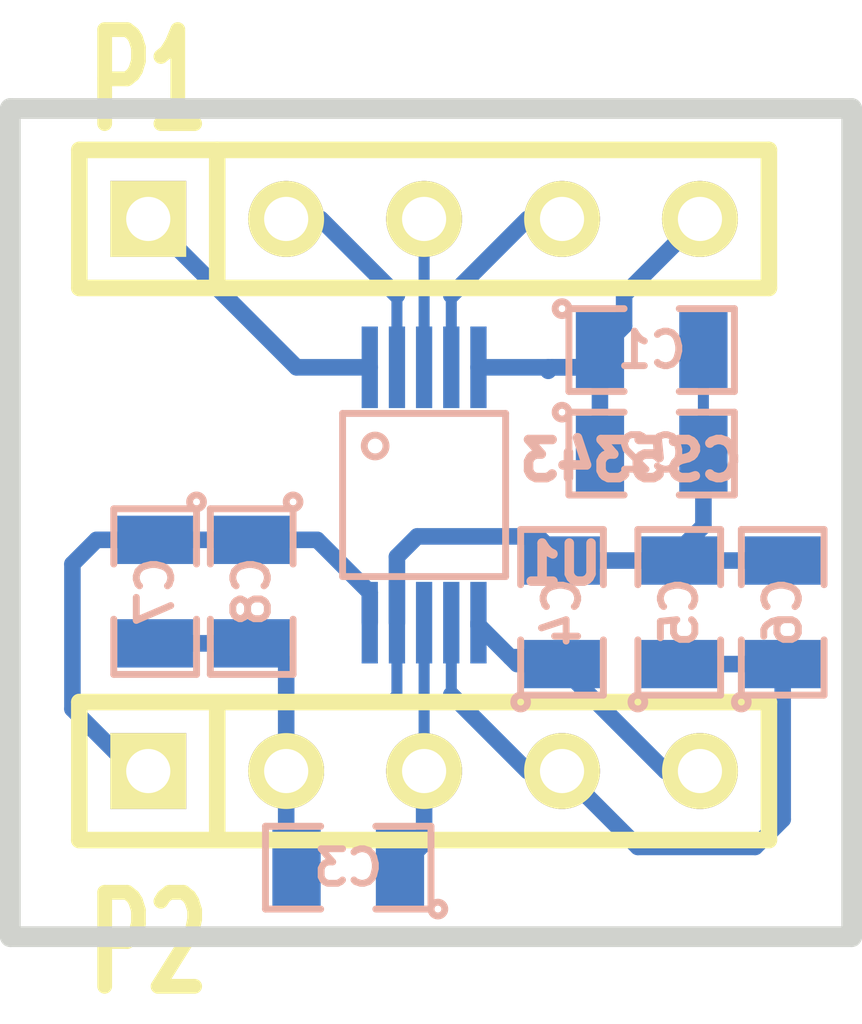
<source format=kicad_pcb>
(kicad_pcb (version 3) (host pcbnew "(2013-jul-07)-stable")

  (general
    (links 26)
    (no_connects 0)
    (area 97.599499 64.27724 113.474501 82.66176)
    (thickness 1.6002)
    (drawings 4)
    (tracks 66)
    (zones 0)
    (modules 11)
    (nets 11)
  )

  (page A4)
  (layers
    (15 Front signal)
    (0 Back signal)
    (16 B.Adhes user)
    (17 F.Adhes user)
    (18 B.Paste user)
    (19 F.Paste user)
    (20 B.SilkS user)
    (21 F.SilkS user)
    (22 B.Mask user)
    (23 F.Mask user)
    (24 Dwgs.User user)
    (25 Cmts.User user)
    (26 Eco1.User user)
    (27 Eco2.User user)
    (28 Edge.Cuts user)
  )

  (setup
    (last_trace_width 0.2032)
    (user_trace_width 0.3048)
    (trace_clearance 0.254)
    (zone_clearance 1.27)
    (zone_45_only no)
    (trace_min 0.2032)
    (segment_width 0.381)
    (edge_width 0.381)
    (via_size 0.889)
    (via_drill 0.635)
    (via_min_size 0.889)
    (via_min_drill 0.508)
    (uvia_size 0.508)
    (uvia_drill 0.127)
    (uvias_allowed no)
    (uvia_min_size 0.508)
    (uvia_min_drill 0.127)
    (pcb_text_width 0.3048)
    (pcb_text_size 1.524 2.032)
    (mod_edge_width 0.381)
    (mod_text_size 1.524 1.524)
    (mod_text_width 0.3048)
    (pad_size 1.524 1.524)
    (pad_drill 0.8128)
    (pad_to_mask_clearance 0.254)
    (aux_axis_origin 0 0)
    (visible_elements FFFFFFBF)
    (pcbplotparams
      (layerselection 3178497)
      (usegerberextensions true)
      (excludeedgelayer true)
      (linewidth 0.100000)
      (plotframeref false)
      (viasonmask false)
      (mode 1)
      (useauxorigin false)
      (hpglpennumber 1)
      (hpglpenspeed 20)
      (hpglpendiameter 15)
      (hpglpenoverlay 2)
      (psnegative false)
      (psa4output false)
      (plotreference true)
      (plotvalue true)
      (plotothertext true)
      (plotinvisibletext false)
      (padsonsilk false)
      (subtractmaskfromsilk false)
      (outputformat 1)
      (mirror false)
      (drillshape 1)
      (scaleselection 1)
      (outputdirectory ""))
  )

  (net 0 "")
  (net 1 GND)
  (net 2 N-000001)
  (net 3 N-000002)
  (net 4 N-000003)
  (net 5 N-000004)
  (net 6 N-000005)
  (net 7 N-000007)
  (net 8 N-000008)
  (net 9 N-000009)
  (net 10 N-000010)

  (net_class Default "This is the default net class."
    (clearance 0.254)
    (trace_width 0.2032)
    (via_dia 0.889)
    (via_drill 0.635)
    (uvia_dia 0.508)
    (uvia_drill 0.127)
    (add_net "")
    (add_net GND)
  )

  (net_class precise ""
    (clearance 0.20066)
    (trace_width 0.2032)
    (via_dia 0.889)
    (via_drill 0.635)
    (uvia_dia 0.508)
    (uvia_drill 0.127)
    (add_net N-000001)
    (add_net N-000002)
    (add_net N-000003)
    (add_net N-000004)
    (add_net N-000005)
    (add_net N-000007)
    (add_net N-000008)
    (add_net N-000009)
    (add_net N-000010)
  )

  (module SIL-5 (layer Front) (tedit 4D1338D1) (tstamp 4D11FD3B)
    (at 106.68 78.232)
    (descr "Connecteur 5 pins")
    (tags "CONN DEV")
    (path /4D11FCE2)
    (fp_text reference P2 (at -6.35 3.175) (layer F.SilkS)
      (effects (font (size 1.72974 1.08712) (thickness 0.27178)))
    )
    (fp_text value CONN_5 (at -4.445 -1.905) (layer F.SilkS) hide
      (effects (font (size 1.524 1.016) (thickness 0.254)))
    )
    (fp_line (start -7.62 1.27) (end -7.62 -1.27) (layer F.SilkS) (width 0.3048))
    (fp_line (start -7.62 -1.27) (end 5.08 -1.27) (layer F.SilkS) (width 0.3048))
    (fp_line (start 5.08 -1.27) (end 5.08 1.27) (layer F.SilkS) (width 0.3048))
    (fp_line (start 5.08 1.27) (end -7.62 1.27) (layer F.SilkS) (width 0.3048))
    (fp_line (start -5.08 1.27) (end -5.08 -1.27) (layer F.SilkS) (width 0.3048))
    (pad 1 thru_hole rect (at -6.35 0) (size 1.397 1.397) (drill 0.8128)
      (layers *.Cu *.Mask F.SilkS)
      (net 7 N-000007)
    )
    (pad 2 thru_hole circle (at -3.81 0) (size 1.397 1.397) (drill 0.8128)
      (layers *.Cu *.Mask F.SilkS)
      (net 1 GND)
    )
    (pad 3 thru_hole circle (at -1.27 0) (size 1.397 1.397) (drill 0.8128)
      (layers *.Cu *.Mask F.SilkS)
      (net 2 N-000001)
    )
    (pad 4 thru_hole circle (at 1.27 0) (size 1.397 1.397) (drill 0.8128)
      (layers *.Cu *.Mask F.SilkS)
      (net 8 N-000008)
    )
    (pad 5 thru_hole circle (at 3.81 0) (size 1.397 1.397) (drill 0.8128)
      (layers *.Cu *.Mask F.SilkS)
      (net 10 N-000010)
    )
  )

  (module SIL-5 (layer Front) (tedit 4D1338C6) (tstamp 4D11FD3D)
    (at 106.68 68.072)
    (descr "Connecteur 5 pins")
    (tags "CONN DEV")
    (path /4D11FCE8)
    (fp_text reference P1 (at -6.35 -2.54) (layer F.SilkS)
      (effects (font (size 1.72974 1.08712) (thickness 0.27178)))
    )
    (fp_text value CONN_5 (at -1.27 1.905) (layer F.SilkS) hide
      (effects (font (size 1.524 1.016) (thickness 0.254)))
    )
    (fp_line (start -7.62 1.27) (end -7.62 -1.27) (layer F.SilkS) (width 0.3048))
    (fp_line (start -7.62 -1.27) (end 5.08 -1.27) (layer F.SilkS) (width 0.3048))
    (fp_line (start 5.08 -1.27) (end 5.08 1.27) (layer F.SilkS) (width 0.3048))
    (fp_line (start 5.08 1.27) (end -7.62 1.27) (layer F.SilkS) (width 0.3048))
    (fp_line (start -5.08 1.27) (end -5.08 -1.27) (layer F.SilkS) (width 0.3048))
    (pad 1 thru_hole rect (at -6.35 0) (size 1.397 1.397) (drill 0.8128)
      (layers *.Cu *.Mask F.SilkS)
      (net 6 N-000005)
    )
    (pad 2 thru_hole circle (at -3.81 0) (size 1.397 1.397) (drill 0.8128)
      (layers *.Cu *.Mask F.SilkS)
      (net 5 N-000004)
    )
    (pad 3 thru_hole circle (at -1.27 0) (size 1.397 1.397) (drill 0.8128)
      (layers *.Cu *.Mask F.SilkS)
      (net 4 N-000003)
    )
    (pad 4 thru_hole circle (at 1.27 0) (size 1.397 1.397) (drill 0.8128)
      (layers *.Cu *.Mask F.SilkS)
      (net 3 N-000002)
    )
    (pad 5 thru_hole circle (at 3.81 0) (size 1.397 1.397) (drill 0.8128)
      (layers *.Cu *.Mask F.SilkS)
      (net 9 N-000009)
    )
  )

  (module TSSOP-10 (layer Back) (tedit 4D1338A5) (tstamp 4D13240C)
    (at 105.41 73.152)
    (path /4D11FCCB)
    (fp_text reference U1 (at 2.54 1.27) (layer B.SilkS)
      (effects (font (size 0.70104 0.70104) (thickness 0.17526)) (justify mirror))
    )
    (fp_text value CS5343 (at 3.81 -0.635) (layer B.SilkS)
      (effects (font (size 0.70104 0.70104) (thickness 0.17526)) (justify mirror))
    )
    (fp_line (start -1.50114 1.50114) (end 1.50114 1.50114) (layer B.SilkS) (width 0.127))
    (fp_line (start 1.50114 1.50114) (end 1.50114 -1.50114) (layer B.SilkS) (width 0.127))
    (fp_line (start 1.50114 -1.50114) (end -1.50114 -1.50114) (layer B.SilkS) (width 0.127))
    (fp_line (start -1.50114 -1.50114) (end -1.50114 1.50114) (layer B.SilkS) (width 0.127))
    (fp_circle (center -0.9017 -0.9017) (end -0.70104 -0.9017) (layer B.SilkS) (width 0.127))
    (pad 1 smd rect (at -1.00076 -2.3495) (size 0.29972 1.50114)
      (layers Back B.Paste B.Mask)
      (net 6 N-000005)
      (clearance 0.20066)
    )
    (pad 2 smd rect (at -0.50038 -2.3495) (size 0.29972 1.50114)
      (layers Back B.Paste B.Mask)
      (net 5 N-000004)
      (clearance 0.20066)
    )
    (pad 3 smd rect (at 0 -2.3495) (size 0.29972 1.50114)
      (layers Back B.Paste B.Mask)
      (net 4 N-000003)
      (clearance 0.20066)
    )
    (pad 4 smd rect (at 0.50038 -2.3495) (size 0.29972 1.50114)
      (layers Back B.Paste B.Mask)
      (net 3 N-000002)
      (clearance 0.20066)
    )
    (pad 5 smd rect (at 1.00076 -2.3495) (size 0.29972 1.50114)
      (layers Back B.Paste B.Mask)
      (net 9 N-000009)
      (clearance 0.20066)
    )
    (pad 6 smd rect (at 1.00076 2.3495) (size 0.29972 1.50114)
      (layers Back B.Paste B.Mask)
      (net 10 N-000010)
      (clearance 0.20066)
    )
    (pad 7 smd rect (at 0.50038 2.3495) (size 0.29972 1.50114)
      (layers Back B.Paste B.Mask)
      (net 8 N-000008)
      (clearance 0.20066)
    )
    (pad 8 smd rect (at 0 2.3495) (size 0.29972 1.50114)
      (layers Back B.Paste B.Mask)
      (net 2 N-000001)
      (clearance 0.20066)
    )
    (pad 9 smd rect (at -0.50038 2.3495) (size 0.29972 1.50114)
      (layers Back B.Paste B.Mask)
      (net 1 GND)
      (clearance 0.20066)
    )
    (pad 10 smd rect (at -1.00076 2.3495) (size 0.29972 1.50114)
      (layers Back B.Paste B.Mask)
      (net 7 N-000007)
      (clearance 0.20066)
    )
  )

  (module SM0805 (layer Back) (tedit 42806E04) (tstamp 4D39EECA)
    (at 102.235 74.93 270)
    (path /4D39EC54)
    (attr smd)
    (fp_text reference C8 (at 0 0 270) (layer B.SilkS)
      (effects (font (size 0.635 0.635) (thickness 0.127)) (justify mirror))
    )
    (fp_text value 1u (at 0 0 270) (layer B.SilkS) hide
      (effects (font (size 0.635 0.635) (thickness 0.127)) (justify mirror))
    )
    (fp_circle (center -1.651 -0.762) (end -1.651 -0.635) (layer B.SilkS) (width 0.127))
    (fp_line (start -0.508 -0.762) (end -1.524 -0.762) (layer B.SilkS) (width 0.127))
    (fp_line (start -1.524 -0.762) (end -1.524 0.762) (layer B.SilkS) (width 0.127))
    (fp_line (start -1.524 0.762) (end -0.508 0.762) (layer B.SilkS) (width 0.127))
    (fp_line (start 0.508 0.762) (end 1.524 0.762) (layer B.SilkS) (width 0.127))
    (fp_line (start 1.524 0.762) (end 1.524 -0.762) (layer B.SilkS) (width 0.127))
    (fp_line (start 1.524 -0.762) (end 0.508 -0.762) (layer B.SilkS) (width 0.127))
    (pad 1 smd rect (at -0.9525 0 270) (size 0.889 1.397)
      (layers Back B.Paste B.Mask)
      (net 7 N-000007)
    )
    (pad 2 smd rect (at 0.9525 0 270) (size 0.889 1.397)
      (layers Back B.Paste B.Mask)
      (net 1 GND)
    )
    (model smd/chip_cms.wrl
      (at (xyz 0 0 0))
      (scale (xyz 0.1 0.1 0.1))
      (rotate (xyz 0 0 0))
    )
  )

  (module SM0805 (layer Back) (tedit 42806E04) (tstamp 4D39EECC)
    (at 100.457 74.93 270)
    (path /4D39EC4F)
    (attr smd)
    (fp_text reference C7 (at 0 0 270) (layer B.SilkS)
      (effects (font (size 0.635 0.635) (thickness 0.127)) (justify mirror))
    )
    (fp_text value 100n (at 0 0 270) (layer B.SilkS) hide
      (effects (font (size 0.635 0.635) (thickness 0.127)) (justify mirror))
    )
    (fp_circle (center -1.651 -0.762) (end -1.651 -0.635) (layer B.SilkS) (width 0.127))
    (fp_line (start -0.508 -0.762) (end -1.524 -0.762) (layer B.SilkS) (width 0.127))
    (fp_line (start -1.524 -0.762) (end -1.524 0.762) (layer B.SilkS) (width 0.127))
    (fp_line (start -1.524 0.762) (end -0.508 0.762) (layer B.SilkS) (width 0.127))
    (fp_line (start 0.508 0.762) (end 1.524 0.762) (layer B.SilkS) (width 0.127))
    (fp_line (start 1.524 0.762) (end 1.524 -0.762) (layer B.SilkS) (width 0.127))
    (fp_line (start 1.524 -0.762) (end 0.508 -0.762) (layer B.SilkS) (width 0.127))
    (pad 1 smd rect (at -0.9525 0 270) (size 0.889 1.397)
      (layers Back B.Paste B.Mask)
      (net 7 N-000007)
    )
    (pad 2 smd rect (at 0.9525 0 270) (size 0.889 1.397)
      (layers Back B.Paste B.Mask)
      (net 1 GND)
    )
    (model smd/chip_cms.wrl
      (at (xyz 0 0 0))
      (scale (xyz 0.1 0.1 0.1))
      (rotate (xyz 0 0 0))
    )
  )

  (module SM0805 (layer Back) (tedit 42806E04) (tstamp 4D39EECE)
    (at 112.014 75.311 90)
    (path /4D39EBBD)
    (attr smd)
    (fp_text reference C6 (at 0 0 90) (layer B.SilkS)
      (effects (font (size 0.635 0.635) (thickness 0.127)) (justify mirror))
    )
    (fp_text value 1u (at 0 0 90) (layer B.SilkS) hide
      (effects (font (size 0.635 0.635) (thickness 0.127)) (justify mirror))
    )
    (fp_circle (center -1.651 -0.762) (end -1.651 -0.635) (layer B.SilkS) (width 0.127))
    (fp_line (start -0.508 -0.762) (end -1.524 -0.762) (layer B.SilkS) (width 0.127))
    (fp_line (start -1.524 -0.762) (end -1.524 0.762) (layer B.SilkS) (width 0.127))
    (fp_line (start -1.524 0.762) (end -0.508 0.762) (layer B.SilkS) (width 0.127))
    (fp_line (start 0.508 0.762) (end 1.524 0.762) (layer B.SilkS) (width 0.127))
    (fp_line (start 1.524 0.762) (end 1.524 -0.762) (layer B.SilkS) (width 0.127))
    (fp_line (start 1.524 -0.762) (end 0.508 -0.762) (layer B.SilkS) (width 0.127))
    (pad 1 smd rect (at -0.9525 0 90) (size 0.889 1.397)
      (layers Back B.Paste B.Mask)
      (net 8 N-000008)
    )
    (pad 2 smd rect (at 0.9525 0 90) (size 0.889 1.397)
      (layers Back B.Paste B.Mask)
      (net 1 GND)
    )
    (model smd/chip_cms.wrl
      (at (xyz 0 0 0))
      (scale (xyz 0.1 0.1 0.1))
      (rotate (xyz 0 0 0))
    )
  )

  (module SM0805 (layer Back) (tedit 42806E04) (tstamp 4D39EED0)
    (at 110.109 75.311 90)
    (path /4D39EBB6)
    (attr smd)
    (fp_text reference C5 (at 0 0 90) (layer B.SilkS)
      (effects (font (size 0.635 0.635) (thickness 0.127)) (justify mirror))
    )
    (fp_text value 100n (at 0 0 90) (layer B.SilkS) hide
      (effects (font (size 0.635 0.635) (thickness 0.127)) (justify mirror))
    )
    (fp_circle (center -1.651 -0.762) (end -1.651 -0.635) (layer B.SilkS) (width 0.127))
    (fp_line (start -0.508 -0.762) (end -1.524 -0.762) (layer B.SilkS) (width 0.127))
    (fp_line (start -1.524 -0.762) (end -1.524 0.762) (layer B.SilkS) (width 0.127))
    (fp_line (start -1.524 0.762) (end -0.508 0.762) (layer B.SilkS) (width 0.127))
    (fp_line (start 0.508 0.762) (end 1.524 0.762) (layer B.SilkS) (width 0.127))
    (fp_line (start 1.524 0.762) (end 1.524 -0.762) (layer B.SilkS) (width 0.127))
    (fp_line (start 1.524 -0.762) (end 0.508 -0.762) (layer B.SilkS) (width 0.127))
    (pad 1 smd rect (at -0.9525 0 90) (size 0.889 1.397)
      (layers Back B.Paste B.Mask)
      (net 8 N-000008)
    )
    (pad 2 smd rect (at 0.9525 0 90) (size 0.889 1.397)
      (layers Back B.Paste B.Mask)
      (net 1 GND)
    )
    (model smd/chip_cms.wrl
      (at (xyz 0 0 0))
      (scale (xyz 0.1 0.1 0.1))
      (rotate (xyz 0 0 0))
    )
  )

  (module SM0805 (layer Back) (tedit 42806E04) (tstamp 4D39EED2)
    (at 107.95 75.311 90)
    (path /4D39EBA0)
    (attr smd)
    (fp_text reference C4 (at 0 0 90) (layer B.SilkS)
      (effects (font (size 0.635 0.635) (thickness 0.127)) (justify mirror))
    )
    (fp_text value 180p (at 0 0 90) (layer B.SilkS) hide
      (effects (font (size 0.635 0.635) (thickness 0.127)) (justify mirror))
    )
    (fp_circle (center -1.651 -0.762) (end -1.651 -0.635) (layer B.SilkS) (width 0.127))
    (fp_line (start -0.508 -0.762) (end -1.524 -0.762) (layer B.SilkS) (width 0.127))
    (fp_line (start -1.524 -0.762) (end -1.524 0.762) (layer B.SilkS) (width 0.127))
    (fp_line (start -1.524 0.762) (end -0.508 0.762) (layer B.SilkS) (width 0.127))
    (fp_line (start 0.508 0.762) (end 1.524 0.762) (layer B.SilkS) (width 0.127))
    (fp_line (start 1.524 0.762) (end 1.524 -0.762) (layer B.SilkS) (width 0.127))
    (fp_line (start 1.524 -0.762) (end 0.508 -0.762) (layer B.SilkS) (width 0.127))
    (pad 1 smd rect (at -0.9525 0 90) (size 0.889 1.397)
      (layers Back B.Paste B.Mask)
      (net 10 N-000010)
    )
    (pad 2 smd rect (at 0.9525 0 90) (size 0.889 1.397)
      (layers Back B.Paste B.Mask)
      (net 1 GND)
    )
    (model smd/chip_cms.wrl
      (at (xyz 0 0 0))
      (scale (xyz 0.1 0.1 0.1))
      (rotate (xyz 0 0 0))
    )
  )

  (module SM0805 (layer Back) (tedit 42806E04) (tstamp 4D39EED4)
    (at 104.013 80.01 180)
    (path /4D39EB9A)
    (attr smd)
    (fp_text reference C3 (at 0 0 180) (layer B.SilkS)
      (effects (font (size 0.635 0.635) (thickness 0.127)) (justify mirror))
    )
    (fp_text value 180p (at 0 0 180) (layer B.SilkS) hide
      (effects (font (size 0.635 0.635) (thickness 0.127)) (justify mirror))
    )
    (fp_circle (center -1.651 -0.762) (end -1.651 -0.635) (layer B.SilkS) (width 0.127))
    (fp_line (start -0.508 -0.762) (end -1.524 -0.762) (layer B.SilkS) (width 0.127))
    (fp_line (start -1.524 -0.762) (end -1.524 0.762) (layer B.SilkS) (width 0.127))
    (fp_line (start -1.524 0.762) (end -0.508 0.762) (layer B.SilkS) (width 0.127))
    (fp_line (start 0.508 0.762) (end 1.524 0.762) (layer B.SilkS) (width 0.127))
    (fp_line (start 1.524 0.762) (end 1.524 -0.762) (layer B.SilkS) (width 0.127))
    (fp_line (start 1.524 -0.762) (end 0.508 -0.762) (layer B.SilkS) (width 0.127))
    (pad 1 smd rect (at -0.9525 0 180) (size 0.889 1.397)
      (layers Back B.Paste B.Mask)
      (net 2 N-000001)
    )
    (pad 2 smd rect (at 0.9525 0 180) (size 0.889 1.397)
      (layers Back B.Paste B.Mask)
      (net 1 GND)
    )
    (model smd/chip_cms.wrl
      (at (xyz 0 0 0))
      (scale (xyz 0.1 0.1 0.1))
      (rotate (xyz 0 0 0))
    )
  )

  (module SM0805 (layer Back) (tedit 42806E04) (tstamp 4D39EED6)
    (at 109.601 72.39)
    (path /4D39EBA9)
    (attr smd)
    (fp_text reference C2 (at 0 0) (layer B.SilkS)
      (effects (font (size 0.635 0.635) (thickness 0.127)) (justify mirror))
    )
    (fp_text value 1u (at 0 0) (layer B.SilkS) hide
      (effects (font (size 0.635 0.635) (thickness 0.127)) (justify mirror))
    )
    (fp_circle (center -1.651 -0.762) (end -1.651 -0.635) (layer B.SilkS) (width 0.127))
    (fp_line (start -0.508 -0.762) (end -1.524 -0.762) (layer B.SilkS) (width 0.127))
    (fp_line (start -1.524 -0.762) (end -1.524 0.762) (layer B.SilkS) (width 0.127))
    (fp_line (start -1.524 0.762) (end -0.508 0.762) (layer B.SilkS) (width 0.127))
    (fp_line (start 0.508 0.762) (end 1.524 0.762) (layer B.SilkS) (width 0.127))
    (fp_line (start 1.524 0.762) (end 1.524 -0.762) (layer B.SilkS) (width 0.127))
    (fp_line (start 1.524 -0.762) (end 0.508 -0.762) (layer B.SilkS) (width 0.127))
    (pad 1 smd rect (at -0.9525 0) (size 0.889 1.397)
      (layers Back B.Paste B.Mask)
      (net 9 N-000009)
    )
    (pad 2 smd rect (at 0.9525 0) (size 0.889 1.397)
      (layers Back B.Paste B.Mask)
      (net 1 GND)
    )
    (model smd/chip_cms.wrl
      (at (xyz 0 0 0))
      (scale (xyz 0.1 0.1 0.1))
      (rotate (xyz 0 0 0))
    )
  )

  (module SM0805 (layer Back) (tedit 42806E04) (tstamp 4D39EED8)
    (at 109.601 70.485)
    (path /4D39EBB0)
    (attr smd)
    (fp_text reference C1 (at 0 0) (layer B.SilkS)
      (effects (font (size 0.635 0.635) (thickness 0.127)) (justify mirror))
    )
    (fp_text value 100n (at 0 0) (layer B.SilkS) hide
      (effects (font (size 0.635 0.635) (thickness 0.127)) (justify mirror))
    )
    (fp_circle (center -1.651 -0.762) (end -1.651 -0.635) (layer B.SilkS) (width 0.127))
    (fp_line (start -0.508 -0.762) (end -1.524 -0.762) (layer B.SilkS) (width 0.127))
    (fp_line (start -1.524 -0.762) (end -1.524 0.762) (layer B.SilkS) (width 0.127))
    (fp_line (start -1.524 0.762) (end -0.508 0.762) (layer B.SilkS) (width 0.127))
    (fp_line (start 0.508 0.762) (end 1.524 0.762) (layer B.SilkS) (width 0.127))
    (fp_line (start 1.524 0.762) (end 1.524 -0.762) (layer B.SilkS) (width 0.127))
    (fp_line (start 1.524 -0.762) (end 0.508 -0.762) (layer B.SilkS) (width 0.127))
    (pad 1 smd rect (at -0.9525 0) (size 0.889 1.397)
      (layers Back B.Paste B.Mask)
      (net 9 N-000009)
    )
    (pad 2 smd rect (at 0.9525 0) (size 0.889 1.397)
      (layers Back B.Paste B.Mask)
      (net 1 GND)
    )
    (model smd/chip_cms.wrl
      (at (xyz 0 0 0))
      (scale (xyz 0.1 0.1 0.1))
      (rotate (xyz 0 0 0))
    )
  )

  (gr_line (start 97.79 66.04) (end 97.79 81.28) (angle 90) (layer Edge.Cuts) (width 0.381))
  (gr_line (start 113.284 66.04) (end 97.79 66.04) (angle 90) (layer Edge.Cuts) (width 0.381))
  (gr_line (start 113.284 81.28) (end 113.284 66.04) (angle 90) (layer Edge.Cuts) (width 0.381))
  (gr_line (start 97.79 81.28) (end 113.284 81.28) (angle 90) (layer Edge.Cuts) (width 0.381))

  (segment (start 102.235 75.8825) (end 100.457 75.8825) (width 0.3048) (layer Back) (net 1) (status C00))
  (segment (start 110.5535 72.39) (end 110.5535 70.485) (width 0.2032) (layer Back) (net 1) (status C00))
  (segment (start 110.109 74.3585) (end 110.109 74.168) (width 0.3048) (layer Back) (net 1) (status 800))
  (segment (start 110.109 74.168) (end 110.5535 73.7235) (width 0.3048) (layer Back) (net 1))
  (segment (start 110.5535 73.7235) (end 110.5535 72.39) (width 0.3048) (layer Back) (net 1) (status 400))
  (segment (start 110.109 74.3585) (end 112.014 74.3585) (width 0.3048) (layer Back) (net 1) (status C00))
  (segment (start 107.95 74.3585) (end 110.109 74.3585) (width 0.3048) (layer Back) (net 1) (status C00))
  (segment (start 104.90962 75.5015) (end 104.90962 74.28738) (width 0.3048) (layer Back) (net 1) (status 800))
  (segment (start 104.90962 74.28738) (end 105.283 73.914) (width 0.3048) (layer Back) (net 1))
  (segment (start 105.283 73.914) (end 107.5055 73.914) (width 0.3048) (layer Back) (net 1))
  (segment (start 107.5055 73.914) (end 107.95 74.3585) (width 0.3048) (layer Back) (net 1) (status 400))
  (segment (start 102.87 78.232) (end 102.87 79.8195) (width 0.3048) (layer Back) (net 1) (status 800))
  (segment (start 102.87 79.8195) (end 103.0605 80.01) (width 0.3048) (layer Back) (net 1) (status 400))
  (segment (start 100.457 75.8825) (end 102.489 75.8825) (width 0.3048) (layer Back) (net 1) (status 800))
  (segment (start 102.489 75.8825) (end 102.87 76.2635) (width 0.3048) (layer Back) (net 1))
  (segment (start 102.87 76.2635) (end 102.87 76.962) (width 0.3048) (layer Back) (net 1))
  (segment (start 102.87 76.962) (end 102.87 78.232) (width 0.3048) (layer Back) (net 1) (status 400))
  (segment (start 104.90962 75.5015) (end 104.90962 76.82738) (width 0.2032) (layer Back) (net 1) (status 800))
  (segment (start 104.775 76.962) (end 102.87 76.962) (width 0.2032) (layer Back) (net 1))
  (segment (start 104.90962 76.82738) (end 104.775 76.962) (width 0.2032) (layer Back) (net 1))
  (segment (start 105.41 78.232) (end 105.41 79.5655) (width 0.3048) (layer Back) (net 2) (status 800))
  (segment (start 105.41 79.5655) (end 104.9655 80.01) (width 0.3048) (layer Back) (net 2) (status 400))
  (segment (start 105.41 75.5015) (end 105.41 78.232) (width 0.2032) (layer Back) (net 2) (status C00))
  (segment (start 105.91038 70.8025) (end 105.91038 69.47662) (width 0.2032) (layer Back) (net 3) (status 800))
  (segment (start 107.315 68.072) (end 107.95 68.072) (width 0.2032) (layer Back) (net 3) (status 400))
  (segment (start 105.91038 69.47662) (end 107.315 68.072) (width 0.3048) (layer Back) (net 3))
  (segment (start 105.41 70.8025) (end 105.41 68.072) (width 0.2032) (layer Back) (net 4) (status C00))
  (segment (start 104.90962 70.8025) (end 104.90962 69.47662) (width 0.2032) (layer Back) (net 5) (status 800))
  (segment (start 103.505 68.072) (end 102.87 68.072) (width 0.2032) (layer Back) (net 5) (status 400))
  (segment (start 104.90962 69.47662) (end 103.505 68.072) (width 0.3048) (layer Back) (net 5))
  (segment (start 104.40924 70.8025) (end 103.0605 70.8025) (width 0.3048) (layer Back) (net 6) (status 800))
  (segment (start 103.0605 70.8025) (end 100.33 68.072) (width 0.3048) (layer Back) (net 6) (status 400))
  (segment (start 100.457 73.9775) (end 99.3775 73.9775) (width 0.3048) (layer Back) (net 7) (status 800))
  (segment (start 100.076 78.232) (end 100.33 78.232) (width 0.3048) (layer Back) (net 7) (status 400))
  (segment (start 98.933 77.089) (end 100.076 78.232) (width 0.3048) (layer Back) (net 7))
  (segment (start 98.933 74.422) (end 98.933 77.089) (width 0.3048) (layer Back) (net 7))
  (segment (start 99.3775 73.9775) (end 98.933 74.422) (width 0.3048) (layer Back) (net 7))
  (segment (start 102.235 73.9775) (end 100.457 73.9775) (width 0.3048) (layer Back) (net 7) (status C00))
  (segment (start 104.40924 75.5015) (end 104.40924 74.94524) (width 0.3048) (layer Back) (net 7) (status 800))
  (segment (start 103.4415 73.9775) (end 102.235 73.9775) (width 0.3048) (layer Back) (net 7) (status 400))
  (segment (start 104.40924 74.94524) (end 103.4415 73.9775) (width 0.3048) (layer Back) (net 7))
  (segment (start 112.014 76.2635) (end 112.014 79.121) (width 0.3048) (layer Back) (net 8) (status 800))
  (segment (start 109.347 79.629) (end 107.95 78.232) (width 0.3048) (layer Back) (net 8) (status 400))
  (segment (start 111.506 79.629) (end 109.347 79.629) (width 0.3048) (layer Back) (net 8))
  (segment (start 112.014 79.121) (end 111.506 79.629) (width 0.3048) (layer Back) (net 8))
  (segment (start 110.109 76.2635) (end 112.014 76.2635) (width 0.3048) (layer Back) (net 8) (status C00))
  (segment (start 105.91038 75.5015) (end 105.91038 76.82738) (width 0.2032) (layer Back) (net 8) (status 800))
  (segment (start 105.91038 76.82738) (end 107.315 78.232) (width 0.3048) (layer Back) (net 8))
  (segment (start 107.315 78.232) (end 107.95 78.232) (width 0.2032) (layer Back) (net 8) (status 400))
  (segment (start 108.6485 72.39) (end 108.6485 70.485) (width 0.3048) (layer Back) (net 9) (status C00))
  (segment (start 108.6485 70.485) (end 108.331 70.8025) (width 0.3048) (layer Back) (net 9) (status 800))
  (segment (start 108.331 70.8025) (end 107.7595 70.8025) (width 0.3048) (layer Back) (net 9))
  (segment (start 107.7595 70.8025) (end 107.696 70.866) (width 0.3048) (layer Back) (net 9))
  (segment (start 107.696 70.866) (end 107.696 70.8025) (width 0.3048) (layer Back) (net 9))
  (segment (start 106.41076 70.8025) (end 107.696 70.8025) (width 0.3048) (layer Back) (net 9) (status 800))
  (segment (start 107.696 70.8025) (end 108.331 70.8025) (width 0.3048) (layer Back) (net 9))
  (segment (start 109.093 69.469) (end 110.49 68.072) (width 0.3048) (layer Back) (net 9) (status 400))
  (segment (start 109.093 70.0405) (end 109.093 69.469) (width 0.3048) (layer Back) (net 9))
  (segment (start 108.331 70.8025) (end 109.093 70.0405) (width 0.3048) (layer Back) (net 9))
  (segment (start 107.95 76.2635) (end 107.1245 76.2635) (width 0.3048) (layer Back) (net 10) (status 800))
  (segment (start 107.1245 76.2635) (end 106.9975 76.1365) (width 0.3048) (layer Back) (net 10))
  (segment (start 106.41076 75.5015) (end 106.41076 75.54976) (width 0.3048) (layer Back) (net 10) (status 800))
  (segment (start 106.41076 75.54976) (end 106.9975 76.1365) (width 0.3048) (layer Back) (net 10))
  (segment (start 106.9975 76.1365) (end 107.7595 76.1365) (width 0.3048) (layer Back) (net 10))
  (segment (start 107.7595 76.1365) (end 109.855 78.232) (width 0.3048) (layer Back) (net 10))
  (segment (start 109.855 78.232) (end 110.49 78.232) (width 0.3048) (layer Back) (net 10) (status 400))

  (zone (net 1) (net_name GND) (layer Back) (tstamp 4D39F219) (hatch full 0.508)
    (connect_pads yes (clearance 1.27))
    (min_thickness 0.254)
    (fill (mode segment) (arc_segments 16) (thermal_gap 0.508) (thermal_bridge_width 0.508))
    (polygon
      (pts
        (xy 100.584 69.85) (xy 102.87 72.136) (xy 106.172 72.136) (xy 106.68 72.517) (xy 106.68 73.914)
        (xy 105.156 73.914) (xy 103.378 72.898) (xy 98.806 72.898) (xy 98.298 72.263) (xy 98.298 69.85)
      )
    )
  )
)

</source>
